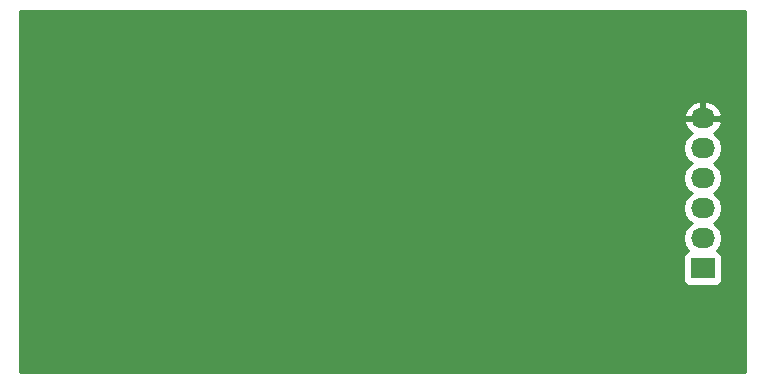
<source format=gbl>
G04 #@! TF.FileFunction,Copper,L2,Bot,Signal*
%FSLAX46Y46*%
G04 Gerber Fmt 4.6, Leading zero omitted, Abs format (unit mm)*
G04 Created by KiCad (PCBNEW (2014-11-17 BZR 5289)-product) date Mon 10 Aug 2015 05:49:24 PM EDT*
%MOMM*%
G01*
G04 APERTURE LIST*
%ADD10C,0.100000*%
%ADD11R,2.032000X1.727200*%
%ADD12O,2.032000X1.727200*%
%ADD13C,0.889000*%
%ADD14C,0.254000*%
G04 APERTURE END LIST*
D10*
D11*
X208250000Y-137000000D03*
D12*
X208250000Y-134460000D03*
X208250000Y-131920000D03*
X208250000Y-129380000D03*
X208250000Y-126840000D03*
X208250000Y-124300000D03*
D13*
X164250000Y-136500000D03*
X165750000Y-135250000D03*
X160500000Y-127250000D03*
D14*
G36*
X211815000Y-145815000D02*
X209933345Y-145815000D01*
X209933345Y-134460000D01*
X209819271Y-133886511D01*
X209494415Y-133400330D01*
X209179634Y-133190000D01*
X209494415Y-132979670D01*
X209819271Y-132493489D01*
X209933345Y-131920000D01*
X209819271Y-131346511D01*
X209494415Y-130860330D01*
X209179634Y-130650000D01*
X209494415Y-130439670D01*
X209819271Y-129953489D01*
X209933345Y-129380000D01*
X209819271Y-128806511D01*
X209494415Y-128320330D01*
X209179634Y-128110000D01*
X209494415Y-127899670D01*
X209819271Y-127413489D01*
X209933345Y-126840000D01*
X209819271Y-126266511D01*
X209494415Y-125780330D01*
X209184930Y-125573539D01*
X209600732Y-125202036D01*
X209854709Y-124674791D01*
X209857358Y-124659026D01*
X209857358Y-123940974D01*
X209854709Y-123925209D01*
X209600732Y-123397964D01*
X209164320Y-123008046D01*
X208611913Y-122814816D01*
X208377000Y-122959076D01*
X208377000Y-124173000D01*
X209736217Y-124173000D01*
X209857358Y-123940974D01*
X209857358Y-124659026D01*
X209736217Y-124427000D01*
X208377000Y-124427000D01*
X208377000Y-124447000D01*
X208123000Y-124447000D01*
X208123000Y-124427000D01*
X208123000Y-124173000D01*
X208123000Y-122959076D01*
X207888087Y-122814816D01*
X207335680Y-123008046D01*
X206899268Y-123397964D01*
X206645291Y-123925209D01*
X206642642Y-123940974D01*
X206763783Y-124173000D01*
X208123000Y-124173000D01*
X208123000Y-124427000D01*
X206763783Y-124427000D01*
X206642642Y-124659026D01*
X206645291Y-124674791D01*
X206899268Y-125202036D01*
X207315069Y-125573539D01*
X207005585Y-125780330D01*
X206680729Y-126266511D01*
X206566655Y-126840000D01*
X206680729Y-127413489D01*
X207005585Y-127899670D01*
X207320365Y-128110000D01*
X207005585Y-128320330D01*
X206680729Y-128806511D01*
X206566655Y-129380000D01*
X206680729Y-129953489D01*
X207005585Y-130439670D01*
X207320365Y-130650000D01*
X207005585Y-130860330D01*
X206680729Y-131346511D01*
X206566655Y-131920000D01*
X206680729Y-132493489D01*
X207005585Y-132979670D01*
X207320365Y-133190000D01*
X207005585Y-133400330D01*
X206680729Y-133886511D01*
X206566655Y-134460000D01*
X206680729Y-135033489D01*
X207005585Y-135519670D01*
X207027780Y-135534500D01*
X206874302Y-135598073D01*
X206695673Y-135776701D01*
X206599000Y-136010090D01*
X206599000Y-136262709D01*
X206599000Y-137989909D01*
X206695673Y-138223298D01*
X206874301Y-138401927D01*
X207107690Y-138498600D01*
X207360309Y-138498600D01*
X209392309Y-138498600D01*
X209625698Y-138401927D01*
X209804327Y-138223299D01*
X209901000Y-137989910D01*
X209901000Y-137737291D01*
X209901000Y-136010091D01*
X209804327Y-135776702D01*
X209625699Y-135598073D01*
X209472220Y-135534499D01*
X209494415Y-135519670D01*
X209819271Y-135033489D01*
X209933345Y-134460000D01*
X209933345Y-145815000D01*
X150435000Y-145815000D01*
X150435000Y-115185000D01*
X211815000Y-115185000D01*
X211815000Y-145815000D01*
X211815000Y-145815000D01*
G37*
X211815000Y-145815000D02*
X209933345Y-145815000D01*
X209933345Y-134460000D01*
X209819271Y-133886511D01*
X209494415Y-133400330D01*
X209179634Y-133190000D01*
X209494415Y-132979670D01*
X209819271Y-132493489D01*
X209933345Y-131920000D01*
X209819271Y-131346511D01*
X209494415Y-130860330D01*
X209179634Y-130650000D01*
X209494415Y-130439670D01*
X209819271Y-129953489D01*
X209933345Y-129380000D01*
X209819271Y-128806511D01*
X209494415Y-128320330D01*
X209179634Y-128110000D01*
X209494415Y-127899670D01*
X209819271Y-127413489D01*
X209933345Y-126840000D01*
X209819271Y-126266511D01*
X209494415Y-125780330D01*
X209184930Y-125573539D01*
X209600732Y-125202036D01*
X209854709Y-124674791D01*
X209857358Y-124659026D01*
X209857358Y-123940974D01*
X209854709Y-123925209D01*
X209600732Y-123397964D01*
X209164320Y-123008046D01*
X208611913Y-122814816D01*
X208377000Y-122959076D01*
X208377000Y-124173000D01*
X209736217Y-124173000D01*
X209857358Y-123940974D01*
X209857358Y-124659026D01*
X209736217Y-124427000D01*
X208377000Y-124427000D01*
X208377000Y-124447000D01*
X208123000Y-124447000D01*
X208123000Y-124427000D01*
X208123000Y-124173000D01*
X208123000Y-122959076D01*
X207888087Y-122814816D01*
X207335680Y-123008046D01*
X206899268Y-123397964D01*
X206645291Y-123925209D01*
X206642642Y-123940974D01*
X206763783Y-124173000D01*
X208123000Y-124173000D01*
X208123000Y-124427000D01*
X206763783Y-124427000D01*
X206642642Y-124659026D01*
X206645291Y-124674791D01*
X206899268Y-125202036D01*
X207315069Y-125573539D01*
X207005585Y-125780330D01*
X206680729Y-126266511D01*
X206566655Y-126840000D01*
X206680729Y-127413489D01*
X207005585Y-127899670D01*
X207320365Y-128110000D01*
X207005585Y-128320330D01*
X206680729Y-128806511D01*
X206566655Y-129380000D01*
X206680729Y-129953489D01*
X207005585Y-130439670D01*
X207320365Y-130650000D01*
X207005585Y-130860330D01*
X206680729Y-131346511D01*
X206566655Y-131920000D01*
X206680729Y-132493489D01*
X207005585Y-132979670D01*
X207320365Y-133190000D01*
X207005585Y-133400330D01*
X206680729Y-133886511D01*
X206566655Y-134460000D01*
X206680729Y-135033489D01*
X207005585Y-135519670D01*
X207027780Y-135534500D01*
X206874302Y-135598073D01*
X206695673Y-135776701D01*
X206599000Y-136010090D01*
X206599000Y-136262709D01*
X206599000Y-137989909D01*
X206695673Y-138223298D01*
X206874301Y-138401927D01*
X207107690Y-138498600D01*
X207360309Y-138498600D01*
X209392309Y-138498600D01*
X209625698Y-138401927D01*
X209804327Y-138223299D01*
X209901000Y-137989910D01*
X209901000Y-137737291D01*
X209901000Y-136010091D01*
X209804327Y-135776702D01*
X209625699Y-135598073D01*
X209472220Y-135534499D01*
X209494415Y-135519670D01*
X209819271Y-135033489D01*
X209933345Y-134460000D01*
X209933345Y-145815000D01*
X150435000Y-145815000D01*
X150435000Y-115185000D01*
X211815000Y-115185000D01*
X211815000Y-145815000D01*
M02*

</source>
